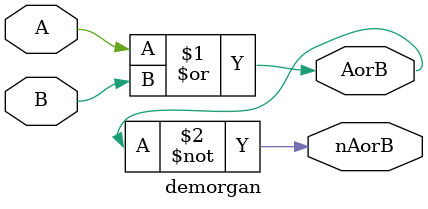
<source format=v>
module demorgan
(
	input A,
	input B,
	
	
	output AorB,
	output nAorB
);
	wire A;
	wire B;
	
	
	or orgate(AorB, A, B);
	not AorBinv(nAorB,AorB);
endmodule


</source>
